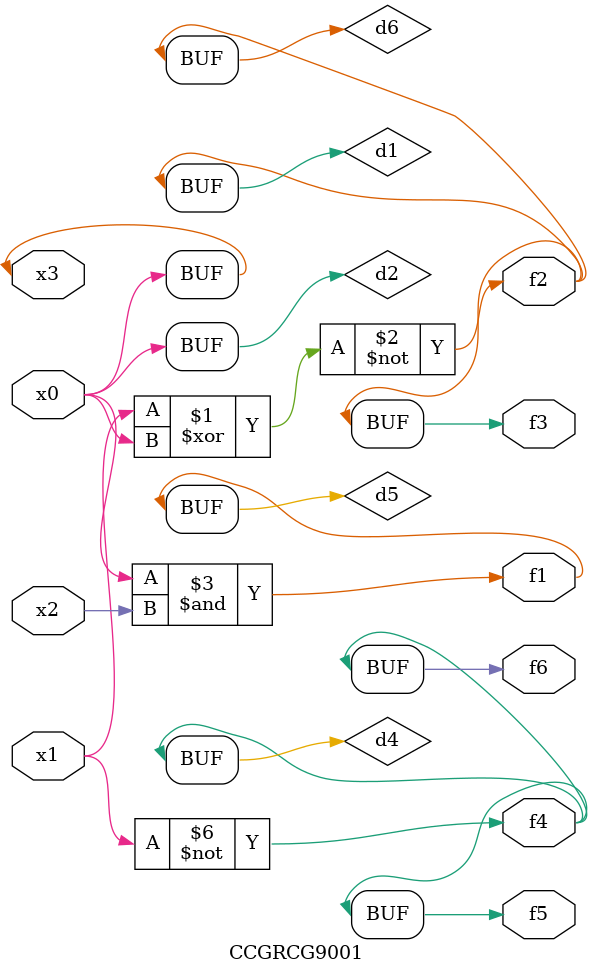
<source format=v>
module CCGRCG9001(
	input x0, x1, x2, x3,
	output f1, f2, f3, f4, f5, f6
);

	wire d1, d2, d3, d4, d5, d6;

	xnor (d1, x1, x3);
	buf (d2, x0, x3);
	nand (d3, x0, x2);
	not (d4, x1);
	nand (d5, d3);
	or (d6, d1);
	assign f1 = d5;
	assign f2 = d6;
	assign f3 = d6;
	assign f4 = d4;
	assign f5 = d4;
	assign f6 = d4;
endmodule

</source>
